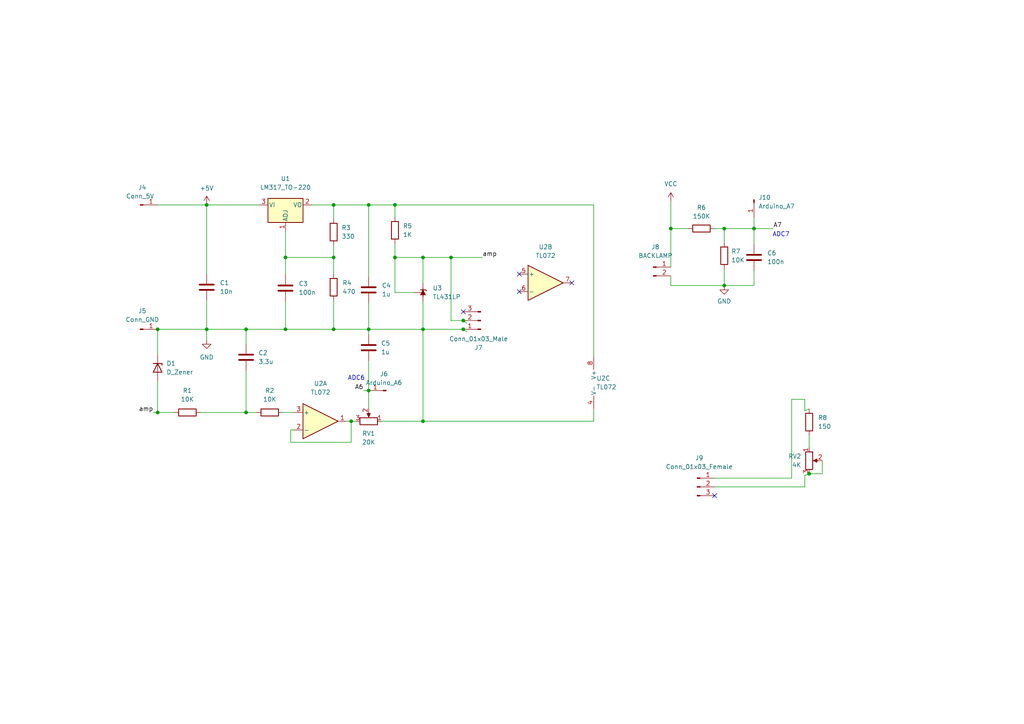
<source format=kicad_sch>
(kicad_sch (version 20211123) (generator eeschema)
  (paper "A4")
  (lib_symbols
    (symbol "Amplifier_Operational:TL072" (pin_names (offset 0.127))
      (property "Reference" "U" (at 0 5.08 0))
      (property "Value" "TL072" (at 0 -5.08 0))
      (symbol "TL072_1_1"
        (polyline (pts (xy -5.08 5.08) (xy 5.08 0) (xy -5.08 -5.08) (xy -5.08 5.08)) (stroke (width 0.254)) (fill (type background)))
        (pin output line (at 7.62 0 180) (length 2.54) (name "~") (number "1"))
        (pin input line (at -7.62 -2.54 0) (length 2.54) (name "-") (number "2"))
        (pin input line (at -7.62 2.54 0) (length 2.54) (name "+") (number "3"))
      )
      (symbol "TL072_2_1"
        (polyline (pts (xy -5.08 5.08) (xy 5.08 0) (xy -5.08 -5.08) (xy -5.08 5.08)) (stroke (width 0.254)) (fill (type background)))
        (pin input line (at -7.62 2.54 0) (length 2.54) (name "+") (number "5"))
        (pin input line (at -7.62 -2.54 0) (length 2.54) (name "-") (number "6"))
        (pin output line (at 7.62 0 180) (length 2.54) (name "~") (number "7"))
      )
      (symbol "TL072_3_1"
        (pin power_in line (at -2.54 -7.62 90) (length 3.81) (name "V-") (number "4"))
        (pin power_in line (at -2.54 7.62 270) (length 3.81) (name "V+") (number "8"))
      )
    )
    (symbol "Connector:Conn_01x01_Male" (pin_names (offset 1.016) hide)
      (property "Reference" "J" (at 0 2.54 0))
      (property "Value" "Conn_01x01_Male" (at 0 -2.54 0))
      (symbol "Conn_01x01_Male_1_1"
        (polyline (pts (xy 1.27 0) (xy 0.8636 0)) (stroke (width 0.1524)))
        (rectangle (start 0.8636 0.127) (end 0 -0.127) (stroke (width 0.1524)) (fill (type outline)))
        (pin passive line (at 5.08 0 180) (length 3.81) (name "Pin_1") (number "1"))
      )
    )
    (symbol "Connector:Conn_01x02_Male" (pin_names (offset 1.016) hide)
      (property "Reference" "J" (at 0 2.54 0))
      (property "Value" "Conn_01x02_Male" (at 0 -5.08 0))
      (symbol "Conn_01x02_Male_1_1"
        (polyline (pts (xy 1.27 -2.54) (xy 0.8636 -2.54)) (stroke (width 0.1524)))
        (polyline (pts (xy 1.27 0) (xy 0.8636 0)) (stroke (width 0.1524)))
        (rectangle (start 0.8636 -2.413) (end 0 -2.667) (stroke (width 0.1524)) (fill (type outline)))
        (rectangle (start 0.8636 0.127) (end 0 -0.127) (stroke (width 0.1524)) (fill (type outline)))
        (pin passive line (at 5.08 0 180) (length 3.81) (name "Pin_1") (number "1"))
        (pin passive line (at 5.08 -2.54 180) (length 3.81) (name "Pin_2") (number "2"))
      )
    )
    (symbol "Connector:Conn_01x03_Male" (pin_names (offset 1.016) hide)
      (property "Reference" "J" (at 0 5.08 0))
      (property "Value" "Conn_01x03_Male" (at 0 -5.08 0))
      (symbol "Conn_01x03_Male_1_1"
        (polyline (pts (xy 1.27 -2.54) (xy 0.8636 -2.54)) (stroke (width 0.1524)))
        (polyline (pts (xy 1.27 0) (xy 0.8636 0)) (stroke (width 0.1524)))
        (polyline (pts (xy 1.27 2.54) (xy 0.8636 2.54)) (stroke (width 0.1524)))
        (rectangle (start 0.8636 -2.413) (end 0 -2.667) (stroke (width 0.1524)) (fill (type outline)))
        (rectangle (start 0.8636 0.127) (end 0 -0.127) (stroke (width 0.1524)) (fill (type outline)))
        (rectangle (start 0.8636 2.667) (end 0 2.413) (stroke (width 0.1524)) (fill (type outline)))
        (pin passive line (at 5.08 2.54 180) (length 3.81) (name "Pin_1") (number "1"))
        (pin passive line (at 5.08 0 180) (length 3.81) (name "Pin_2") (number "2"))
        (pin passive line (at 5.08 -2.54 180) (length 3.81) (name "Pin_3") (number "3"))
      )
    )
    (symbol "Device:C" (pin_numbers hide) (pin_names (offset 0.254))
      (property "Reference" "C" (at 0.635 2.54 0))
      (property "Value" "C" (at 0.635 -2.54 0))
      (symbol "C_0_1"
        (polyline (pts (xy -2.032 -0.762) (xy 2.032 -0.762)) (stroke (width 0.508)))
        (polyline (pts (xy -2.032 0.762) (xy 2.032 0.762)) (stroke (width 0.508)))
      )
      (symbol "C_1_1"
        (pin passive line (at 0 3.81 270) (length 2.794) (name "~") (number "1"))
        (pin passive line (at 0 -3.81 90) (length 2.794) (name "~") (number "2"))
      )
    )
    (symbol "Device:D_Zener" (pin_numbers hide) (pin_names (offset 1.016) hide)
      (property "Reference" "D" (at 0 2.54 0))
      (property "Value" "D_Zener" (at 0 -2.54 0))
      (symbol "D_Zener_0_1"
        (polyline (pts (xy 1.27 0) (xy -1.27 0)))
        (polyline (pts (xy -1.27 -1.27) (xy -1.27 1.27) (xy -0.762 1.27)) (stroke (width 0.254)))
        (polyline (pts (xy 1.27 -1.27) (xy 1.27 1.27) (xy -1.27 0) (xy 1.27 -1.27)) (stroke (width 0.254)))
      )
      (symbol "D_Zener_1_1"
        (pin passive line (at -3.81 0 0) (length 2.54) (name "K") (number "1"))
        (pin passive line (at 3.81 0 180) (length 2.54) (name "A") (number "2"))
      )
    )
    (symbol "Device:R" (pin_numbers hide) (pin_names (offset 0))
      (property "Reference" "R" (at 2.032 0 90))
      (property "Value" "R" (at 0 0 90))
      (symbol "R_0_1"
        (rectangle (start -1.016 -2.54) (end 1.016 2.54) (stroke (width 0.254)))
      )
      (symbol "R_1_1"
        (pin passive line (at 0 3.81 270) (length 1.27) (name "~") (number "1"))
        (pin passive line (at 0 -3.81 90) (length 1.27) (name "~") (number "2"))
      )
    )
    (symbol "Device:R_Potentiometer" (pin_names (offset 1.016) hide)
      (property "Reference" "RV" (at -4.445 0 90))
      (property "Value" "R_Potentiometer" (at -2.54 0 90))
      (symbol "R_Potentiometer_0_1"
        (polyline (pts (xy 2.54 0) (xy 1.524 0)))
        (polyline (pts (xy 1.143 0) (xy 2.286 0.508) (xy 2.286 -0.508) (xy 1.143 0)) (fill (type outline)))
        (rectangle (start 1.016 2.54) (end -1.016 -2.54) (stroke (width 0.254)))
      )
      (symbol "R_Potentiometer_1_1"
        (pin passive line (at 0 3.81 270) (length 1.27) (name "1") (number "1"))
        (pin passive line (at 3.81 0 180) (length 1.27) (name "2") (number "2"))
        (pin passive line (at 0 -3.81 90) (length 1.27) (name "3") (number "3"))
      )
    )
    (symbol "Reference_Voltage:TL431LP" (pin_numbers hide) (pin_names hide)
      (property "Reference" "U" (at -2.54 2.54 0))
      (property "Value" "TL431LP" (at 0 -2.54 0))
      (symbol "TL431LP_0_1"
        (polyline (pts (xy -1.27 0) (xy 0 0) (xy 1.27 0)))
        (polyline (pts (xy -0.762 0.762) (xy 0.762 0) (xy -0.762 -0.762)) (fill (type outline)))
        (polyline (pts (xy 0.508 -1.016) (xy 0.762 -0.762) (xy 0.762 0.762) (xy 0.762 0.762)) (stroke (width 0.254)))
      )
      (symbol "TL431LP_1_1"
        (pin passive line (at 0 2.54 270) (length 2.54) (name "REF") (number "1"))
        (pin passive line (at -2.54 0 0) (length 2.54) (name "A") (number "2"))
        (pin passive line (at 2.54 0 180) (length 2.54) (name "K") (number "3"))
      )
    )
    (symbol "Regulator_Linear:LM317_TO-220" (pin_names (offset 0.254))
      (property "Reference" "U" (at -3.81 3.175 0))
      (property "Value" "LM317_TO-220" (at 0 3.175 0))
      (symbol "LM317_TO-220_0_1"
        (rectangle (start -5.08 1.905) (end 5.08 -5.08) (stroke (width 0.254)) (fill (type background)))
      )
      (symbol "LM317_TO-220_1_1"
        (pin input line (at 0 -7.62 90) (length 2.54) (name "ADJ") (number "1"))
        (pin power_out line (at 7.62 0 180) (length 2.54) (name "VO") (number "2"))
        (pin power_in line (at -7.62 0 0) (length 2.54) (name "VI") (number "3"))
      )
    )
    (symbol "power:+5V" (power) (pin_names (offset 0))
      (property "Value" "+5V" (at 0 3.556 0))
      (symbol "+5V_0_1"
        (polyline (pts (xy -0.762 1.27) (xy 0 2.54)))
        (polyline (pts (xy 0 0) (xy 0 2.54)))
        (polyline (pts (xy 0 2.54) (xy 0.762 1.27)))
      )
      (symbol "+5V_1_1"
        (pin power_in line (at 0 0 90) (length 0) hide (name "+5V") (number "1"))
      )
    )
    (symbol "power:GND" (power) (pin_names (offset 0))
      (property "Value" "GND" (at 0 -3.81 0))
      (symbol "GND_0_1"
        (polyline (pts (xy 0 0) (xy 0 -1.27) (xy 1.27 -1.27) (xy 0 -2.54) (xy -1.27 -1.27) (xy 0 -1.27)))
      )
      (symbol "GND_1_1"
        (pin power_in line (at 0 0 270) (length 0) hide (name "GND") (number "1"))
      )
    )
    (symbol "power:VCC" (power) (pin_names (offset 0))
      (property "Value" "VCC" (at 0 3.81 0))
      (symbol "VCC_0_1"
        (polyline (pts (xy -0.762 1.27) (xy 0 2.54)))
        (polyline (pts (xy 0 0) (xy 0 2.54)))
        (polyline (pts (xy 0 2.54) (xy 0.762 1.27)))
      )
      (symbol "VCC_1_1"
        (pin power_in line (at 0 0 90) (length 0) hide (name "VCC") (number "1"))
      )
    )
  )
  (junction (at 96.774 59.436))
  (junction (at 96.774 74.676))
  (junction (at 210.058 82.804))
  (junction (at 134.366 95.504))
  (junction (at 122.682 74.676))
  (junction (at 106.934 113.284))
  (junction (at 82.804 95.504))
  (junction (at 45.72 95.504))
  (junction (at 130.81 74.676))
  (junction (at 82.804 74.676))
  (junction (at 134.366 92.964))
  (junction (at 96.774 95.504))
  (junction (at 71.374 119.634))
  (junction (at 71.374 95.504))
  (junction (at 101.854 122.174))
  (junction (at 59.944 95.504))
  (junction (at 122.682 95.504))
  (junction (at 106.934 95.504))
  (junction (at 114.554 74.676))
  (junction (at 106.934 59.436))
  (junction (at 59.944 59.436))
  (junction (at 114.554 59.436))
  (junction (at 194.564 66.294))
  (junction (at 122.682 122.174))
  (junction (at 45.72 119.634))
  (junction (at 210.058 66.294))
  (junction (at 234.696 137.414))
  (junction (at 218.694 66.294))
  (no_connect (at 207.264 143.764))
  (no_connect (at 134.366 90.424))
  (no_connect (at 150.622 79.502))
  (no_connect (at 150.622 84.582))
  (no_connect (at 165.862 82.042))
  (wire (pts (xy 218.694 62.992) (xy 218.694 66.294)))
  (wire (pts (xy 207.264 138.684) (xy 229.616 138.684)))
  (wire (pts (xy 122.682 87.376) (xy 122.682 95.504)))
  (wire (pts (xy 96.774 74.676) (xy 96.774 79.502)))
  (wire (pts (xy 172.212 118.618) (xy 172.212 122.174)))
  (wire (pts (xy 172.212 59.436) (xy 172.212 103.378)))
  (wire (pts (xy 82.804 79.756) (xy 82.804 74.676)))
  (wire (pts (xy 106.934 104.648) (xy 106.934 113.284)))
  (wire (pts (xy 194.564 82.804) (xy 194.564 80.01)))
  (wire (pts (xy 114.554 70.612) (xy 114.554 74.676)))
  (wire (pts (xy 218.694 66.294) (xy 210.058 66.294)))
  (wire (pts (xy 82.804 74.676) (xy 96.774 74.676)))
  (wire (pts (xy 130.81 92.964) (xy 134.366 92.964)))
  (wire (pts (xy 114.554 59.436) (xy 172.212 59.436)))
  (wire (pts (xy 122.682 122.174) (xy 172.212 122.174)))
  (wire (pts (xy 134.366 95.504) (xy 122.682 95.504)))
  (wire (pts (xy 71.374 95.504) (xy 71.374 99.822)))
  (wire (pts (xy 139.954 74.676) (xy 130.81 74.676)))
  (wire (pts (xy 106.934 97.028) (xy 106.934 95.504)))
  (wire (pts (xy 114.554 62.992) (xy 114.554 59.436)))
  (wire (pts (xy 233.426 115.824) (xy 233.426 119.126)))
  (wire (pts (xy 45.72 95.504) (xy 45.72 102.87)))
  (wire (pts (xy 218.694 82.804) (xy 210.058 82.804)))
  (wire (pts (xy 45.72 95.504) (xy 59.944 95.504)))
  (wire (pts (xy 106.934 113.284) (xy 105.41 113.284)))
  (wire (pts (xy 233.426 137.922) (xy 234.696 137.414)))
  (wire (pts (xy 84.328 128.27) (xy 101.854 128.27)))
  (wire (pts (xy 218.694 70.866) (xy 218.694 66.294)))
  (wire (pts (xy 96.774 95.504) (xy 106.934 95.504)))
  (wire (pts (xy 45.72 110.49) (xy 45.72 119.634)))
  (wire (pts (xy 45.72 119.634) (xy 50.546 119.634)))
  (wire (pts (xy 59.944 98.552) (xy 59.944 95.504)))
  (wire (pts (xy 101.854 122.174) (xy 103.124 122.174)))
  (wire (pts (xy 114.554 74.676) (xy 122.682 74.676)))
  (wire (pts (xy 106.934 113.284) (xy 106.934 118.364)))
  (wire (pts (xy 71.374 95.504) (xy 82.804 95.504)))
  (wire (pts (xy 45.72 59.436) (xy 59.944 59.436)))
  (wire (pts (xy 106.934 59.436) (xy 114.554 59.436)))
  (wire (pts (xy 233.426 137.922) (xy 233.426 141.224)))
  (wire (pts (xy 71.374 119.634) (xy 58.166 119.634)))
  (wire (pts (xy 96.774 87.122) (xy 96.774 95.504)))
  (wire (pts (xy 90.424 59.436) (xy 96.774 59.436)))
  (wire (pts (xy 207.264 141.224) (xy 233.426 141.224)))
  (wire (pts (xy 106.934 59.436) (xy 106.934 80.264)))
  (wire (pts (xy 218.694 78.486) (xy 218.694 82.804)))
  (wire (pts (xy 59.944 95.504) (xy 71.374 95.504)))
  (wire (pts (xy 82.042 119.634) (xy 85.344 119.634)))
  (wire (pts (xy 194.564 58.42) (xy 194.564 66.294)))
  (wire (pts (xy 238.506 137.414) (xy 238.506 133.604)))
  (wire (pts (xy 135.382 96.266) (xy 134.366 95.504)))
  (wire (pts (xy 82.804 95.504) (xy 96.774 95.504)))
  (wire (pts (xy 110.744 122.174) (xy 122.682 122.174)))
  (wire (pts (xy 122.682 95.504) (xy 122.682 122.174)))
  (wire (pts (xy 234.696 137.414) (xy 238.506 137.414)))
  (wire (pts (xy 59.944 59.436) (xy 59.944 79.502)))
  (wire (pts (xy 100.584 122.174) (xy 101.854 122.174)))
  (wire (pts (xy 130.81 74.676) (xy 122.682 74.676)))
  (wire (pts (xy 59.944 87.122) (xy 59.944 95.504)))
  (wire (pts (xy 135.382 93.726) (xy 134.366 92.964)))
  (wire (pts (xy 229.616 115.824) (xy 229.616 138.684)))
  (wire (pts (xy 194.564 82.804) (xy 210.058 82.804)))
  (wire (pts (xy 194.564 77.47) (xy 194.564 66.294)))
  (wire (pts (xy 96.774 59.436) (xy 96.774 63.5)))
  (wire (pts (xy 114.554 84.836) (xy 120.142 84.836)))
  (wire (pts (xy 224.282 66.294) (xy 218.694 66.294)))
  (wire (pts (xy 210.058 77.978) (xy 210.058 82.804)))
  (wire (pts (xy 122.682 82.296) (xy 122.682 74.676)))
  (wire (pts (xy 234.696 129.794) (xy 234.696 126.238)))
  (wire (pts (xy 75.184 59.436) (xy 59.944 59.436)))
  (wire (pts (xy 106.934 95.504) (xy 122.682 95.504)))
  (wire (pts (xy 130.81 92.964) (xy 130.81 74.676)))
  (wire (pts (xy 84.328 124.714) (xy 84.328 128.27)))
  (wire (pts (xy 207.264 66.294) (xy 210.058 66.294)))
  (wire (pts (xy 114.554 84.836) (xy 114.554 74.676)))
  (wire (pts (xy 82.804 87.376) (xy 82.804 95.504)))
  (wire (pts (xy 96.774 59.436) (xy 106.934 59.436)))
  (wire (pts (xy 96.774 71.12) (xy 96.774 74.676)))
  (wire (pts (xy 44.45 119.634) (xy 45.72 119.634)))
  (wire (pts (xy 106.934 87.884) (xy 106.934 95.504)))
  (wire (pts (xy 199.644 66.294) (xy 194.564 66.294)))
  (wire (pts (xy 210.058 70.358) (xy 210.058 66.294)))
  (wire (pts (xy 233.426 115.824) (xy 229.616 115.824)))
  (wire (pts (xy 85.344 124.714) (xy 84.328 124.714)))
  (wire (pts (xy 82.804 74.676) (xy 82.804 67.056)))
  (wire (pts (xy 71.374 107.442) (xy 71.374 119.634)))
  (wire (pts (xy 233.426 119.126) (xy 234.696 118.618)))
  (wire (pts (xy 74.422 119.634) (xy 71.374 119.634)))
  (wire (pts (xy 101.854 128.27) (xy 101.854 122.174)))
  (text "ADC7" (at 224.028 68.834 0) (effects (font (size 1.27 1.27)) (justify left bottom)))
  (text "ADC6" (at 100.838 110.49 0) (effects (font (size 1.27 1.27)) (justify left bottom)))
  (label "A6" (at 105.41 113.284 180))
  (label "amp" (at 44.45 119.634 180))
  (label "amp" (at 139.954 74.676 0))
  (label "A7" (at 224.282 66.294 0))
  (symbol (lib_id "Connector:Conn_01x02_Male") (at 189.484 77.47 0) (unit 1)
    (property "Reference" "J8" (at 190.119 71.628 0))
    (property "Value" "BACKLAMP" (at 190.119 74.168 0))
  )
  (symbol (lib_id "Connector:Conn_01x01_Male") (at 40.64 59.436 0) (unit 1)
    (property "Reference" "J4" (at 41.275 54.356 0))
    (property "Value" "Conn_5V" (at 40.64 56.896 0))
    (property "Footprint" "Connector_PinHeader_2.54mm:PinHeader_1x01_P2.54mm_Vertical" (effects hide))
  )
  (symbol (lib_id "Device:R") (at 234.696 122.428 180) (unit 1)
    (property "Reference" "R8" (at 237.236 121.1579 0) (effects (justify right)))
    (property "Value" "150" (at 237.236 123.6979 0) (effects (justify right)))
  )
  (symbol (lib_id "Device:C") (at 59.944 83.312 0) (unit 1)
    (property "Reference" "C1" (at 63.754 82.0419 0) (effects (justify left)))
    (property "Value" "10n" (at 63.754 84.5819 0) (effects (justify left)))
    (property "Footprint" "Capacitor_THT:C_Disc_D3.0mm_W2.0mm_P2.50mm" (effects hide))
  )
  (symbol (lib_id "Regulator_Linear:LM317_TO-220") (at 82.804 59.436 0) (unit 1)
    (property "Reference" "U1" (at 82.804 51.816 0))
    (property "Value" "LM317_TO-220" (at 82.804 54.356 0))
    (property "Footprint" "Package_TO_SOT_THT:TO-220-3_Vertical" (effects hide))
    (property "Datasheet" "http://www.ti.com/lit/ds/symlink/lm317.pdf" (effects hide))
    (property "Footprint" "Package_TO_SOT_THT:TO-220-3_Vertical" (effects hide))
    (property "Reference" "U1" (effects hide))
    (property "Value" "LM317_TO-220" (effects hide))
  )
  (symbol (lib_id "Connector:Conn_01x03_Male") (at 202.184 141.224 0) (unit 1)
    (property "Reference" "J9" (at 202.819 132.842 0))
    (property "Value" "Conn_01x03_Female" (at 202.819 135.382 0))
    (property "Footprint" "Connector:FanPinHeader_1x03_P2.54mm_Vertical" (effects hide))
    (property "Reference" "J2" (effects hide))
    (property "Value" "Conn_01x03_Male" (effects hide))
  )
  (symbol (lib_id "Device:C") (at 218.694 74.676 0) (unit 1)
    (property "Reference" "C6" (at 222.504 73.4059 0) (effects (justify left)))
    (property "Value" "100n" (at 222.504 75.9459 0) (effects (justify left)))
    (property "Footprint" "Capacitor_THT:C_Disc_D5.0mm_W2.5mm_P2.50mm" (effects hide))
  )
  (symbol (lib_id "Device:R") (at 203.454 66.294 270) (unit 1)
    (property "Reference" "R6" (at 203.454 60.198 90))
    (property "Value" "150K" (at 203.454 62.738 90))
    (property "Footprint" "Resistor_THT:R_Axial_DIN0207_L6.3mm_D2.5mm_P7.62mm_Horizontal" (effects hide))
  )
  (symbol (lib_id "Connector:Conn_01x01_Male") (at 112.014 113.284 180) (unit 1)
    (property "Reference" "J6" (at 111.379 108.458 0))
    (property "Value" "Arduino_A6" (at 111.379 110.998 0))
    (property "Footprint" "Connector_PinHeader_2.54mm:PinHeader_1x01_P2.54mm_Vertical" (effects hide))
  )
  (symbol (lib_id "power:GND") (at 210.058 82.804 0) (unit 1)
    (property "Reference" "#PWR011" (effects hide))
    (property "Value" "GND" (at 210.058 87.376 0))
  )
  (symbol (lib_id "Amplifier_Operational:TL072") (at 174.752 110.998 0) (unit 3)
    (property "Reference" "U2" (at 172.974 109.7279 0) (effects (justify left)))
    (property "Value" "TL072" (at 172.974 112.2679 0) (effects (justify left)))
    (property "Footprint" "Package_DIP:DIP-8_W7.62mm" (effects hide))
    (property "Datasheet" "http://www.ti.com/lit/ds/symlink/tl071.pdf" (effects hide))
  )
  (symbol (lib_id "Device:R_Potentiometer") (at 234.696 133.604 0) (unit 1)
    (property "Reference" "RV2" (at 232.41 132.3339 0) (effects (justify right)))
    (property "Value" "4K" (at 232.41 134.8739 0) (effects (justify right)))
    (property "Footprint" "Potentiometer_THT:Potentiometer_ACP_CA9-V10_Vertical" (effects hide))
    (property "Reference" "RV1" (effects hide))
    (property "Value" "R_Potentiometer" (effects hide))
  )
  (symbol (lib_id "Amplifier_Operational:TL072") (at 92.964 122.174 0) (unit 1)
    (property "Reference" "U2" (at 92.964 111.252 0))
    (property "Value" "TL072" (at 92.964 113.792 0))
    (property "Footprint" "Package_DIP:DIP-8_W7.62mm" (effects hide))
    (property "Datasheet" "http://www.ti.com/lit/ds/symlink/tl071.pdf" (effects hide))
  )
  (symbol (lib_id "Connector:Conn_01x01_Male") (at 40.64 95.504 0) (unit 1)
    (property "Reference" "J5" (at 41.275 90.17 0))
    (property "Value" "Conn_GND" (at 41.275 92.71 0))
    (property "Footprint" "Connector_PinHeader_2.54mm:PinHeader_1x01_P2.54mm_Vertical" (effects hide))
  )
  (symbol (lib_id "Device:R_Potentiometer") (at 106.934 122.174 270) (mirror x) (unit 1)
    (property "Reference" "RV1" (at 106.934 125.73 90))
    (property "Value" "20K" (at 106.934 128.27 90))
    (property "Footprint" "Potentiometer_THT:Potentiometer_Vishay_T73YP_Vertical" (effects hide))
  )
  (symbol (lib_id "Device:R") (at 54.356 119.634 90) (unit 1)
    (property "Reference" "R1" (at 54.356 113.284 90))
    (property "Value" "10K" (at 54.356 115.824 90))
    (property "Footprint" "Resistor_THT:R_Axial_DIN0207_L6.3mm_D2.5mm_P7.62mm_Horizontal" (effects hide))
    (property "Footprint" "R_Axial_DIN0207_L6.3mm_D2.5mm_P7.62mm_Horizontal" (effects hide))
    (property "Reference" "R2" (effects hide))
    (property "Value" "330" (effects hide))
  )
  (symbol (lib_id "Device:R") (at 78.232 119.634 90) (unit 1)
    (property "Reference" "R2" (at 78.232 113.284 90))
    (property "Value" "10K" (at 78.232 115.824 90))
    (property "Footprint" "Resistor_THT:R_Axial_DIN0207_L6.3mm_D2.5mm_P7.62mm_Horizontal" (effects hide))
    (property "Footprint" "R_Axial_DIN0207_L6.3mm_D2.5mm_P7.62mm_Horizontal" (effects hide))
    (property "Reference" "R2" (effects hide))
    (property "Value" "330" (effects hide))
  )
  (symbol (lib_id "Device:R") (at 96.774 83.312 180) (unit 1)
    (property "Reference" "R4" (at 99.314 82.0419 0) (effects (justify right)))
    (property "Value" "470" (at 99.314 84.5819 0) (effects (justify right)))
    (property "Footprint" "Resistor_THT:R_Axial_DIN0207_L6.3mm_D2.5mm_P7.62mm_Horizontal" (effects hide))
  )
  (symbol (lib_id "Device:D_Zener") (at 45.72 106.68 270) (unit 1)
    (property "Reference" "D1" (at 48.26 105.4099 90) (effects (justify left)))
    (property "Value" "D_Zener" (at 48.26 107.9499 90) (effects (justify left)))
    (property "Footprint" "Diode_THT:D_DO-34_SOD68_P7.62mm_Horizontal" (effects hide))
  )
  (symbol (lib_id "Reference_Voltage:TL431LP") (at 122.682 84.836 90) (unit 1)
    (property "Reference" "U3" (at 125.476 83.5659 90) (effects (justify right)))
    (property "Value" "TL431LP" (at 125.476 86.1059 90) (effects (justify right)))
    (property "Footprint" "Package_TO_SOT_THT:TO-92" (effects hide))
    (property "Datasheet" "http://www.ti.com/lit/ds/symlink/tl431.pdf" (effects hide))
    (property "Footprint" "Package_TO_SOT_THT:TO-92_Inline" (effects hide))
    (property "Reference" "U2" (effects hide))
    (property "Value" "TL431LP" (effects hide))
  )
  (symbol (lib_id "Device:C") (at 71.374 103.632 180) (unit 1)
    (property "Reference" "C2" (at 74.93 102.3619 0) (effects (justify right)))
    (property "Value" "3,3u" (at 74.93 104.9019 0) (effects (justify right)))
    (property "Footprint" "Capacitor_THT:CP_Radial_D4.0mm_P1.50mm" (effects hide))
  )
  (symbol (lib_id "Amplifier_Operational:TL072") (at 158.242 82.042 0) (unit 2)
    (property "Reference" "U2" (at 158.242 71.628 0))
    (property "Value" "TL072" (at 158.242 74.168 0))
    (property "Footprint" "Package_DIP:DIP-8_W7.62mm" (effects hide))
    (property "Datasheet" "http://www.ti.com/lit/ds/symlink/tl071.pdf" (effects hide))
  )
  (symbol (lib_id "Device:C") (at 106.934 100.838 180) (unit 1)
    (property "Reference" "C5" (at 110.49 99.5679 0) (effects (justify right)))
    (property "Value" "1u" (at 110.49 102.1079 0) (effects (justify right)))
    (property "Footprint" "Capacitor_THT:CP_Radial_D4.0mm_P1.50mm" (effects hide))
  )
  (symbol (lib_id "Device:R") (at 96.774 67.31 180) (unit 1)
    (property "Reference" "R3" (at 99.06 66.0399 0) (effects (justify right)))
    (property "Value" "330" (at 99.06 68.5799 0) (effects (justify right)))
    (property "Footprint" "Resistor_THT:R_Axial_DIN0207_L6.3mm_D2.5mm_P7.62mm_Horizontal" (effects hide))
  )
  (symbol (lib_id "Device:R") (at 114.554 66.802 180) (unit 1)
    (property "Reference" "R5" (at 116.84 65.5319 0) (effects (justify right)))
    (property "Value" "1K" (at 116.84 68.0719 0) (effects (justify right)))
    (property "Footprint" "Resistor_THT:R_Axial_DIN0207_L6.3mm_D2.5mm_P7.62mm_Horizontal" (effects hide))
  )
  (symbol (lib_id "power:VCC") (at 194.564 58.42 0) (unit 1)
    (property "Reference" "#PWR010" (effects hide))
    (property "Value" "VCC" (at 194.564 53.34 0))
  )
  (symbol (lib_id "Connector:Conn_01x01_Male") (at 218.694 57.912 270) (unit 1)
    (property "Reference" "J10" (at 219.964 57.2769 90) (effects (justify left)))
    (property "Value" "Arduino_A7" (at 219.964 59.8169 90) (effects (justify left)))
    (property "Footprint" "Connector_PinHeader_2.54mm:PinHeader_1x01_P2.54mm_Vertical" (effects hide))
  )
  (symbol (lib_id "Device:C") (at 106.934 84.074 0) (unit 1)
    (property "Reference" "C4" (at 110.744 82.8039 0) (effects (justify left)))
    (property "Value" "1u" (at 110.744 85.3439 0) (effects (justify left)))
    (property "Footprint" "Capacitor_THT:CP_Radial_D4.0mm_P1.50mm" (effects hide))
  )
  (symbol (lib_id "Device:C") (at 82.804 83.566 0) (unit 1)
    (property "Reference" "C3" (at 86.614 82.2959 0) (effects (justify left)))
    (property "Value" "100n" (at 86.614 84.8359 0) (effects (justify left)))
    (property "Footprint" "Capacitor_THT:C_Disc_D3.0mm_W2.0mm_P2.50mm" (effects hide))
  )
  (symbol (lib_id "Device:R") (at 210.058 74.168 180) (unit 1)
    (property "Reference" "R7" (at 212.09 72.8979 0) (effects (justify right)))
    (property "Value" "10K" (at 212.09 75.4379 0) (effects (justify right)))
    (property "Footprint" "Resistor_THT:R_Axial_DIN0207_L6.3mm_D2.5mm_P7.62mm_Horizontal" (effects hide))
  )
  (symbol (lib_id "Connector:Conn_01x03_Male") (at 139.446 92.964 180) (unit 1)
    (property "Reference" "J7" (at 138.811 100.838 0))
    (property "Value" "Conn_01x03_Male" (at 138.811 98.298 0))
    (property "Footprint" "Connector:FanPinHeader_1x03_P2.54mm_Vertical" (effects hide))
    (property "Footprint" "Connector:FanPinHeader_1x03_P2.54mm_Vertical" (effects hide))
    (property "Reference" "J2" (effects hide))
    (property "Value" "Conn_01x03_Male" (effects hide))
  )
  (symbol (lib_id "power:GND") (at 59.944 98.552 0) (unit 1)
    (property "Reference" "#PWR09" (effects hide))
    (property "Value" "GND" (at 59.944 103.632 0))
  )
  (symbol (lib_id "power:+5V") (at 59.944 59.436 0) (unit 1)
    (property "Reference" "#PWR08" (effects hide))
    (property "Value" "+5V" (at 59.944 54.61 0))
  )
)
</source>
